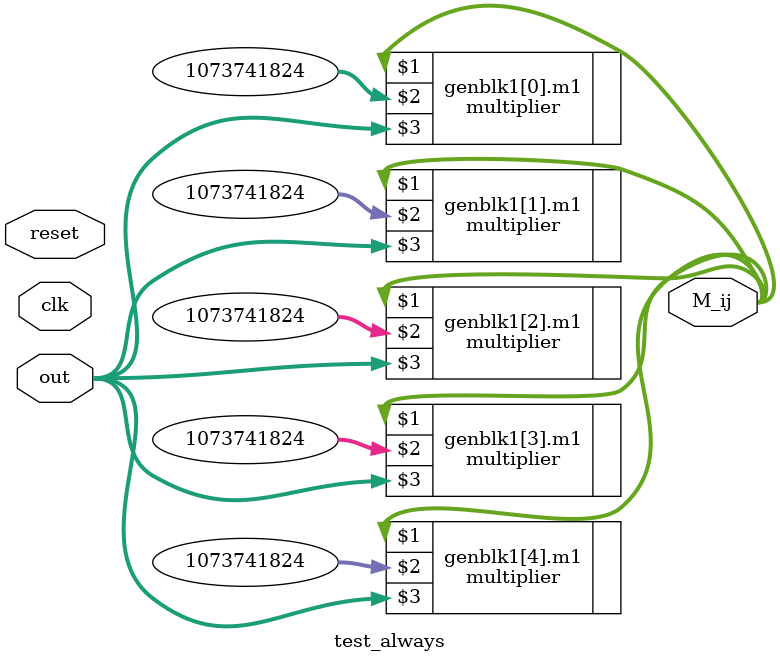
<source format=v>
`timescale 1ns / 1ps
module test_always(clk,reset,out,M_ij);

output reg [31:0] M_ij;
input reset, clk;
input [31:0] out;

//wire [31:0] out;
genvar i;

generate
		for(i=0;i<3'd5;i=i+1)
			begin
				multiplier m1(M_ij, 32'b01000000000000000000000000000000, out);
			end
endgenerate
endmodule

</source>
